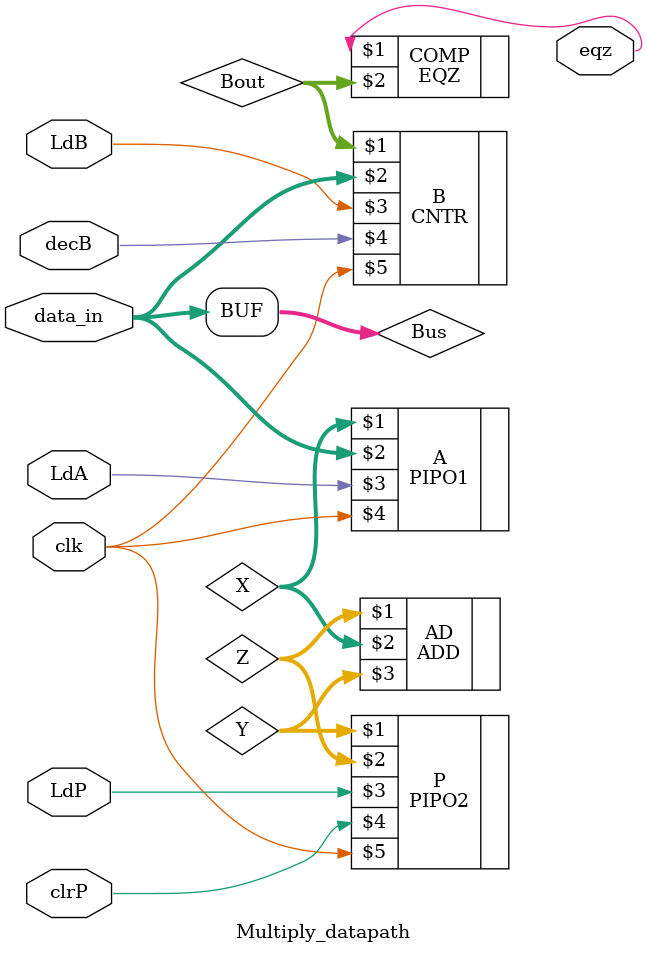
<source format=v>
`include "add.v"
`include "counter.v"
`include "equaltoz.v"
`include "pipo1.v"
`include "pipo2.v"

module Multiply_datapath(
    output eqz,
    input LdA,
    input LdB,
    input LdP,
    input clrP,
    input decB,
    input clk,
    input [15:0] data_in    
);

wire [15:0] X,Y,Z, Bout, Bus;
assign Bus = data_in;

PIPO1 A (X,Bus,LdA,clk); // initializing X = A
PIPO2 P (Y,Z,LdP, clrP,clk); // P = 0, then sum results of Z
CNTR B (Bout,Bus,LdB,decB,clk); //  Bout = B, then -1 while looping in State3
ADD AD (Z,X,Y);
EQZ COMP (eqz,Bout);

endmodule
</source>
